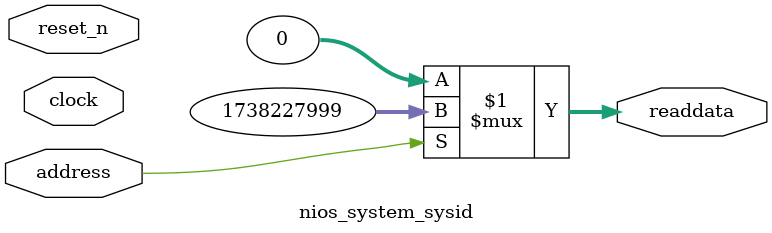
<source format=v>

`timescale 1ns / 1ps
// synthesis translate_on

// turn off superfluous verilog processor warnings 
// altera message_level Level1 
// altera message_off 10034 10035 10036 10037 10230 10240 10030 

module nios_system_sysid (
               // inputs:
                address,
                clock,
                reset_n,

               // outputs:
                readdata
             )
;

  output  [ 31: 0] readdata;
  input            address;
  input            clock;
  input            reset_n;

  wire    [ 31: 0] readdata;
  //control_slave, which is an e_avalon_slave
  assign readdata = address ? 1738227999 : 0;

endmodule




</source>
